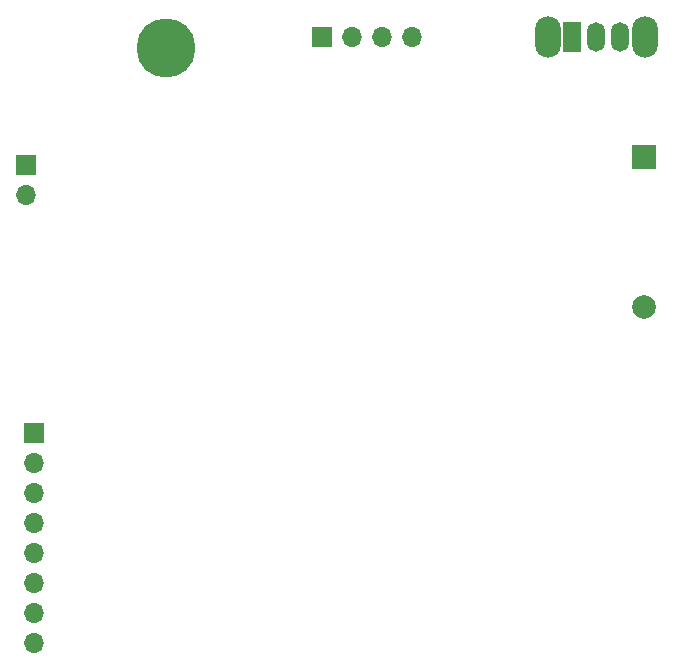
<source format=gbs>
G04 #@! TF.GenerationSoftware,KiCad,Pcbnew,(7.0.0)*
G04 #@! TF.CreationDate,2023-02-19T21:46:30+01:00*
G04 #@! TF.ProjectId,Glitchifier9000,476c6974-6368-4696-9669-657239303030,rev?*
G04 #@! TF.SameCoordinates,Original*
G04 #@! TF.FileFunction,Soldermask,Bot*
G04 #@! TF.FilePolarity,Negative*
%FSLAX46Y46*%
G04 Gerber Fmt 4.6, Leading zero omitted, Abs format (unit mm)*
G04 Created by KiCad (PCBNEW (7.0.0)) date 2023-02-19 21:46:30*
%MOMM*%
%LPD*%
G01*
G04 APERTURE LIST*
%ADD10R,1.700000X1.700000*%
%ADD11O,1.700000X1.700000*%
%ADD12C,5.000000*%
%ADD13O,2.200000X3.500000*%
%ADD14R,1.500000X2.500000*%
%ADD15O,1.500000X2.500000*%
%ADD16R,2.000000X2.000000*%
%ADD17C,2.000000*%
G04 APERTURE END LIST*
D10*
X107949999Y-83819999D03*
D11*
X107949999Y-86359999D03*
X107949999Y-88899999D03*
X107949999Y-91439999D03*
X107949999Y-93979999D03*
X107949999Y-96519999D03*
X107949999Y-99059999D03*
X107949999Y-101599999D03*
D10*
X132333999Y-50291999D03*
D11*
X134873999Y-50291999D03*
X137413999Y-50291999D03*
X139953999Y-50291999D03*
D10*
X107314999Y-61159999D03*
D11*
X107314999Y-63699999D03*
D12*
X119126000Y-51181000D03*
D13*
X151474999Y-50259999D03*
X159674999Y-50259999D03*
D14*
X153574999Y-50259999D03*
D15*
X155574999Y-50259999D03*
X157574999Y-50259999D03*
D16*
X159662999Y-60451999D03*
D17*
X159663000Y-73152000D03*
M02*

</source>
